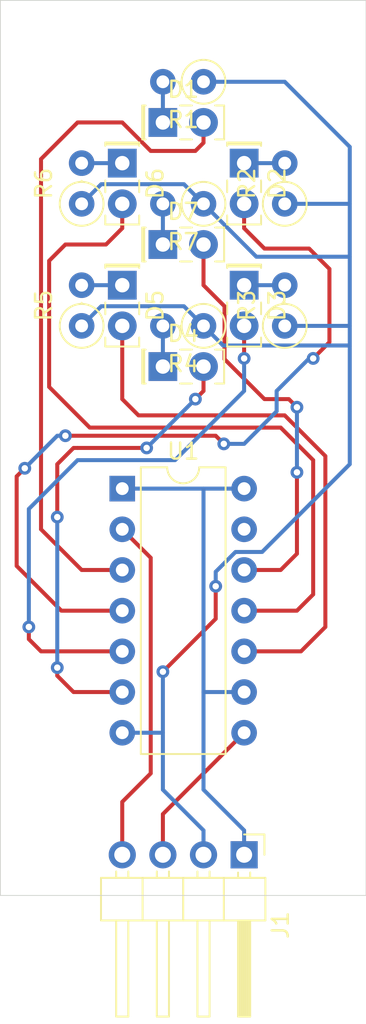
<source format=kicad_pcb>
(kicad_pcb (version 20171130) (host pcbnew 5.1.6)

  (general
    (thickness 1.6)
    (drawings 4)
    (tracks 143)
    (zones 0)
    (modules 16)
    (nets 19)
  )

  (page A4)
  (layers
    (0 F.Cu signal)
    (31 B.Cu signal)
    (32 B.Adhes user)
    (33 F.Adhes user)
    (34 B.Paste user)
    (35 F.Paste user)
    (36 B.SilkS user)
    (37 F.SilkS user)
    (38 B.Mask user)
    (39 F.Mask user)
    (40 Dwgs.User user)
    (41 Cmts.User user)
    (42 Eco1.User user)
    (43 Eco2.User user)
    (44 Edge.Cuts user)
    (45 Margin user)
    (46 B.CrtYd user)
    (47 F.CrtYd user)
    (48 B.Fab user)
    (49 F.Fab user)
  )

  (setup
    (last_trace_width 0.25)
    (trace_clearance 0.2)
    (zone_clearance 0.508)
    (zone_45_only no)
    (trace_min 0.2)
    (via_size 0.8)
    (via_drill 0.4)
    (via_min_size 0.4)
    (via_min_drill 0.3)
    (uvia_size 0.3)
    (uvia_drill 0.1)
    (uvias_allowed no)
    (uvia_min_size 0.2)
    (uvia_min_drill 0.1)
    (edge_width 0.05)
    (segment_width 0.2)
    (pcb_text_width 0.3)
    (pcb_text_size 1.5 1.5)
    (mod_edge_width 0.12)
    (mod_text_size 1 1)
    (mod_text_width 0.15)
    (pad_size 1.524 1.524)
    (pad_drill 0.762)
    (pad_to_mask_clearance 0.05)
    (aux_axis_origin 0 0)
    (visible_elements FFFFFF7F)
    (pcbplotparams
      (layerselection 0x010fc_ffffffff)
      (usegerberextensions false)
      (usegerberattributes true)
      (usegerberadvancedattributes true)
      (creategerberjobfile true)
      (excludeedgelayer true)
      (linewidth 0.100000)
      (plotframeref false)
      (viasonmask false)
      (mode 1)
      (useauxorigin false)
      (hpglpennumber 1)
      (hpglpenspeed 20)
      (hpglpendiameter 15.000000)
      (psnegative false)
      (psa4output false)
      (plotreference true)
      (plotvalue true)
      (plotinvisibletext false)
      (padsonsilk false)
      (subtractmaskfromsilk false)
      (outputformat 1)
      (mirror false)
      (drillshape 1)
      (scaleselection 1)
      (outputdirectory ""))
  )

  (net 0 "")
  (net 1 /segment_a)
  (net 2 "Net-(D1-Pad1)")
  (net 3 /segment_b)
  (net 4 "Net-(D2-Pad1)")
  (net 5 "Net-(D3-Pad1)")
  (net 6 /segment_c)
  (net 7 "Net-(D4-Pad1)")
  (net 8 /segment_d)
  (net 9 "Net-(D5-Pad1)")
  (net 10 /segment_e)
  (net 11 "Net-(D6-Pad1)")
  (net 12 /segment_f)
  (net 13 "Net-(D7-Pad1)")
  (net 14 DATA)
  (net 15 CLK)
  (net 16 GND)
  (net 17 VCC)
  (net 18 /segment_g)

  (net_class Default "This is the default net class."
    (clearance 0.2)
    (trace_width 0.25)
    (via_dia 0.8)
    (via_drill 0.4)
    (uvia_dia 0.3)
    (uvia_drill 0.1)
    (add_net /segment_a)
    (add_net /segment_b)
    (add_net /segment_c)
    (add_net /segment_d)
    (add_net /segment_e)
    (add_net /segment_f)
    (add_net /segment_g)
    (add_net CLK)
    (add_net DATA)
    (add_net GND)
    (add_net "Net-(D1-Pad1)")
    (add_net "Net-(D2-Pad1)")
    (add_net "Net-(D3-Pad1)")
    (add_net "Net-(D4-Pad1)")
    (add_net "Net-(D5-Pad1)")
    (add_net "Net-(D6-Pad1)")
    (add_net "Net-(D7-Pad1)")
    (add_net "Net-(U1-Pad13)")
    (add_net VCC)
  )

  (module LED_THT:LED_Rectangular_W5.0mm_H2.0mm (layer F.Cu) (tedit 587A3A7B) (tstamp 5F127044)
    (at 134.62 96.52)
    (descr "LED_Rectangular, Rectangular,  Rectangular size 5.0x2.0mm^2, 2 pins, http://www.kingbright.com/attachments/file/psearch/000/00/00/L-169XCGDK(Ver.9B).pdf")
    (tags "LED_Rectangular Rectangular  Rectangular size 5.0x2.0mm^2 2 pins")
    (path /5F1233EC)
    (fp_text reference D7 (at 1.27 -2.06) (layer F.SilkS)
      (effects (font (size 1 1) (thickness 0.15)))
    )
    (fp_text value LED (at 1.27 2.06) (layer F.Fab)
      (effects (font (size 1 1) (thickness 0.15)))
    )
    (fp_line (start -1.23 -1) (end -1.23 1) (layer F.Fab) (width 0.1))
    (fp_line (start -1.23 1) (end 3.77 1) (layer F.Fab) (width 0.1))
    (fp_line (start 3.77 1) (end 3.77 -1) (layer F.Fab) (width 0.1))
    (fp_line (start 3.77 -1) (end -1.23 -1) (layer F.Fab) (width 0.1))
    (fp_line (start -1.29 -1.06) (end -1.08 -1.06) (layer F.SilkS) (width 0.12))
    (fp_line (start 1.08 -1.06) (end 1.811 -1.06) (layer F.SilkS) (width 0.12))
    (fp_line (start 3.27 -1.06) (end 3.83 -1.06) (layer F.SilkS) (width 0.12))
    (fp_line (start -1.29 1.06) (end -1.08 1.06) (layer F.SilkS) (width 0.12))
    (fp_line (start 1.08 1.06) (end 1.811 1.06) (layer F.SilkS) (width 0.12))
    (fp_line (start 3.27 1.06) (end 3.83 1.06) (layer F.SilkS) (width 0.12))
    (fp_line (start -1.29 -1.06) (end -1.29 1.06) (layer F.SilkS) (width 0.12))
    (fp_line (start 3.83 -1.06) (end 3.83 1.06) (layer F.SilkS) (width 0.12))
    (fp_line (start -1.17 -1.06) (end -1.17 1.06) (layer F.SilkS) (width 0.12))
    (fp_line (start -1.55 -1.35) (end -1.55 1.35) (layer F.CrtYd) (width 0.05))
    (fp_line (start -1.55 1.35) (end 4.1 1.35) (layer F.CrtYd) (width 0.05))
    (fp_line (start 4.1 1.35) (end 4.1 -1.35) (layer F.CrtYd) (width 0.05))
    (fp_line (start 4.1 -1.35) (end -1.55 -1.35) (layer F.CrtYd) (width 0.05))
    (pad 2 thru_hole circle (at 2.54 0) (size 1.8 1.8) (drill 0.9) (layers *.Cu *.Mask)
      (net 18 /segment_g))
    (pad 1 thru_hole rect (at 0 0) (size 1.8 1.8) (drill 0.9) (layers *.Cu *.Mask)
      (net 13 "Net-(D7-Pad1)"))
    (model ${KISYS3DMOD}/LED_THT.3dshapes/LED_Rectangular_W5.0mm_H2.0mm.wrl
      (at (xyz 0 0 0))
      (scale (xyz 1 1 1))
      (rotate (xyz 0 0 0))
    )
  )

  (module LED_THT:LED_Rectangular_W5.0mm_H2.0mm (layer F.Cu) (tedit 587A3A7B) (tstamp 5F127031)
    (at 132.08 91.44 270)
    (descr "LED_Rectangular, Rectangular,  Rectangular size 5.0x2.0mm^2, 2 pins, http://www.kingbright.com/attachments/file/psearch/000/00/00/L-169XCGDK(Ver.9B).pdf")
    (tags "LED_Rectangular Rectangular  Rectangular size 5.0x2.0mm^2 2 pins")
    (path /5F123160)
    (fp_text reference D6 (at 1.27 -2.06 90) (layer F.SilkS)
      (effects (font (size 1 1) (thickness 0.15)))
    )
    (fp_text value LED (at 1.27 2.06 90) (layer F.Fab)
      (effects (font (size 1 1) (thickness 0.15)))
    )
    (fp_line (start -1.23 -1) (end -1.23 1) (layer F.Fab) (width 0.1))
    (fp_line (start -1.23 1) (end 3.77 1) (layer F.Fab) (width 0.1))
    (fp_line (start 3.77 1) (end 3.77 -1) (layer F.Fab) (width 0.1))
    (fp_line (start 3.77 -1) (end -1.23 -1) (layer F.Fab) (width 0.1))
    (fp_line (start -1.29 -1.06) (end -1.08 -1.06) (layer F.SilkS) (width 0.12))
    (fp_line (start 1.08 -1.06) (end 1.811 -1.06) (layer F.SilkS) (width 0.12))
    (fp_line (start 3.27 -1.06) (end 3.83 -1.06) (layer F.SilkS) (width 0.12))
    (fp_line (start -1.29 1.06) (end -1.08 1.06) (layer F.SilkS) (width 0.12))
    (fp_line (start 1.08 1.06) (end 1.811 1.06) (layer F.SilkS) (width 0.12))
    (fp_line (start 3.27 1.06) (end 3.83 1.06) (layer F.SilkS) (width 0.12))
    (fp_line (start -1.29 -1.06) (end -1.29 1.06) (layer F.SilkS) (width 0.12))
    (fp_line (start 3.83 -1.06) (end 3.83 1.06) (layer F.SilkS) (width 0.12))
    (fp_line (start -1.17 -1.06) (end -1.17 1.06) (layer F.SilkS) (width 0.12))
    (fp_line (start -1.55 -1.35) (end -1.55 1.35) (layer F.CrtYd) (width 0.05))
    (fp_line (start -1.55 1.35) (end 4.1 1.35) (layer F.CrtYd) (width 0.05))
    (fp_line (start 4.1 1.35) (end 4.1 -1.35) (layer F.CrtYd) (width 0.05))
    (fp_line (start 4.1 -1.35) (end -1.55 -1.35) (layer F.CrtYd) (width 0.05))
    (pad 2 thru_hole circle (at 2.54 0 270) (size 1.8 1.8) (drill 0.9) (layers *.Cu *.Mask)
      (net 12 /segment_f))
    (pad 1 thru_hole rect (at 0 0 270) (size 1.8 1.8) (drill 0.9) (layers *.Cu *.Mask)
      (net 11 "Net-(D6-Pad1)"))
    (model ${KISYS3DMOD}/LED_THT.3dshapes/LED_Rectangular_W5.0mm_H2.0mm.wrl
      (at (xyz 0 0 0))
      (scale (xyz 1 1 1))
      (rotate (xyz 0 0 0))
    )
  )

  (module LED_THT:LED_Rectangular_W5.0mm_H2.0mm (layer F.Cu) (tedit 587A3A7B) (tstamp 5F12701E)
    (at 132.08 99.06 270)
    (descr "LED_Rectangular, Rectangular,  Rectangular size 5.0x2.0mm^2, 2 pins, http://www.kingbright.com/attachments/file/psearch/000/00/00/L-169XCGDK(Ver.9B).pdf")
    (tags "LED_Rectangular Rectangular  Rectangular size 5.0x2.0mm^2 2 pins")
    (path /5F122F7E)
    (fp_text reference D5 (at 1.27 -2.06 90) (layer F.SilkS)
      (effects (font (size 1 1) (thickness 0.15)))
    )
    (fp_text value LED (at 1.27 2.06 90) (layer F.Fab)
      (effects (font (size 1 1) (thickness 0.15)))
    )
    (fp_line (start -1.23 -1) (end -1.23 1) (layer F.Fab) (width 0.1))
    (fp_line (start -1.23 1) (end 3.77 1) (layer F.Fab) (width 0.1))
    (fp_line (start 3.77 1) (end 3.77 -1) (layer F.Fab) (width 0.1))
    (fp_line (start 3.77 -1) (end -1.23 -1) (layer F.Fab) (width 0.1))
    (fp_line (start -1.29 -1.06) (end -1.08 -1.06) (layer F.SilkS) (width 0.12))
    (fp_line (start 1.08 -1.06) (end 1.811 -1.06) (layer F.SilkS) (width 0.12))
    (fp_line (start 3.27 -1.06) (end 3.83 -1.06) (layer F.SilkS) (width 0.12))
    (fp_line (start -1.29 1.06) (end -1.08 1.06) (layer F.SilkS) (width 0.12))
    (fp_line (start 1.08 1.06) (end 1.811 1.06) (layer F.SilkS) (width 0.12))
    (fp_line (start 3.27 1.06) (end 3.83 1.06) (layer F.SilkS) (width 0.12))
    (fp_line (start -1.29 -1.06) (end -1.29 1.06) (layer F.SilkS) (width 0.12))
    (fp_line (start 3.83 -1.06) (end 3.83 1.06) (layer F.SilkS) (width 0.12))
    (fp_line (start -1.17 -1.06) (end -1.17 1.06) (layer F.SilkS) (width 0.12))
    (fp_line (start -1.55 -1.35) (end -1.55 1.35) (layer F.CrtYd) (width 0.05))
    (fp_line (start -1.55 1.35) (end 4.1 1.35) (layer F.CrtYd) (width 0.05))
    (fp_line (start 4.1 1.35) (end 4.1 -1.35) (layer F.CrtYd) (width 0.05))
    (fp_line (start 4.1 -1.35) (end -1.55 -1.35) (layer F.CrtYd) (width 0.05))
    (pad 2 thru_hole circle (at 2.54 0 270) (size 1.8 1.8) (drill 0.9) (layers *.Cu *.Mask)
      (net 10 /segment_e))
    (pad 1 thru_hole rect (at 0 0 270) (size 1.8 1.8) (drill 0.9) (layers *.Cu *.Mask)
      (net 9 "Net-(D5-Pad1)"))
    (model ${KISYS3DMOD}/LED_THT.3dshapes/LED_Rectangular_W5.0mm_H2.0mm.wrl
      (at (xyz 0 0 0))
      (scale (xyz 1 1 1))
      (rotate (xyz 0 0 0))
    )
  )

  (module LED_THT:LED_Rectangular_W5.0mm_H2.0mm (layer F.Cu) (tedit 587A3A7B) (tstamp 5F12700B)
    (at 134.62 104.14)
    (descr "LED_Rectangular, Rectangular,  Rectangular size 5.0x2.0mm^2, 2 pins, http://www.kingbright.com/attachments/file/psearch/000/00/00/L-169XCGDK(Ver.9B).pdf")
    (tags "LED_Rectangular Rectangular  Rectangular size 5.0x2.0mm^2 2 pins")
    (path /5F122D32)
    (fp_text reference D4 (at 1.27 -2.06) (layer F.SilkS)
      (effects (font (size 1 1) (thickness 0.15)))
    )
    (fp_text value LED (at 1.27 2.06) (layer F.Fab)
      (effects (font (size 1 1) (thickness 0.15)))
    )
    (fp_line (start -1.23 -1) (end -1.23 1) (layer F.Fab) (width 0.1))
    (fp_line (start -1.23 1) (end 3.77 1) (layer F.Fab) (width 0.1))
    (fp_line (start 3.77 1) (end 3.77 -1) (layer F.Fab) (width 0.1))
    (fp_line (start 3.77 -1) (end -1.23 -1) (layer F.Fab) (width 0.1))
    (fp_line (start -1.29 -1.06) (end -1.08 -1.06) (layer F.SilkS) (width 0.12))
    (fp_line (start 1.08 -1.06) (end 1.811 -1.06) (layer F.SilkS) (width 0.12))
    (fp_line (start 3.27 -1.06) (end 3.83 -1.06) (layer F.SilkS) (width 0.12))
    (fp_line (start -1.29 1.06) (end -1.08 1.06) (layer F.SilkS) (width 0.12))
    (fp_line (start 1.08 1.06) (end 1.811 1.06) (layer F.SilkS) (width 0.12))
    (fp_line (start 3.27 1.06) (end 3.83 1.06) (layer F.SilkS) (width 0.12))
    (fp_line (start -1.29 -1.06) (end -1.29 1.06) (layer F.SilkS) (width 0.12))
    (fp_line (start 3.83 -1.06) (end 3.83 1.06) (layer F.SilkS) (width 0.12))
    (fp_line (start -1.17 -1.06) (end -1.17 1.06) (layer F.SilkS) (width 0.12))
    (fp_line (start -1.55 -1.35) (end -1.55 1.35) (layer F.CrtYd) (width 0.05))
    (fp_line (start -1.55 1.35) (end 4.1 1.35) (layer F.CrtYd) (width 0.05))
    (fp_line (start 4.1 1.35) (end 4.1 -1.35) (layer F.CrtYd) (width 0.05))
    (fp_line (start 4.1 -1.35) (end -1.55 -1.35) (layer F.CrtYd) (width 0.05))
    (pad 2 thru_hole circle (at 2.54 0) (size 1.8 1.8) (drill 0.9) (layers *.Cu *.Mask)
      (net 8 /segment_d))
    (pad 1 thru_hole rect (at 0 0) (size 1.8 1.8) (drill 0.9) (layers *.Cu *.Mask)
      (net 7 "Net-(D4-Pad1)"))
    (model ${KISYS3DMOD}/LED_THT.3dshapes/LED_Rectangular_W5.0mm_H2.0mm.wrl
      (at (xyz 0 0 0))
      (scale (xyz 1 1 1))
      (rotate (xyz 0 0 0))
    )
  )

  (module LED_THT:LED_Rectangular_W5.0mm_H2.0mm (layer F.Cu) (tedit 587A3A7B) (tstamp 5F129844)
    (at 139.7 99.06 270)
    (descr "LED_Rectangular, Rectangular,  Rectangular size 5.0x2.0mm^2, 2 pins, http://www.kingbright.com/attachments/file/psearch/000/00/00/L-169XCGDK(Ver.9B).pdf")
    (tags "LED_Rectangular Rectangular  Rectangular size 5.0x2.0mm^2 2 pins")
    (path /5F122942)
    (fp_text reference D3 (at 1.27 -2.06 90) (layer F.SilkS)
      (effects (font (size 1 1) (thickness 0.15)))
    )
    (fp_text value LED (at 1.27 2.06 90) (layer F.Fab)
      (effects (font (size 1 1) (thickness 0.15)))
    )
    (fp_line (start -1.23 -1) (end -1.23 1) (layer F.Fab) (width 0.1))
    (fp_line (start -1.23 1) (end 3.77 1) (layer F.Fab) (width 0.1))
    (fp_line (start 3.77 1) (end 3.77 -1) (layer F.Fab) (width 0.1))
    (fp_line (start 3.77 -1) (end -1.23 -1) (layer F.Fab) (width 0.1))
    (fp_line (start -1.29 -1.06) (end -1.08 -1.06) (layer F.SilkS) (width 0.12))
    (fp_line (start 1.08 -1.06) (end 1.811 -1.06) (layer F.SilkS) (width 0.12))
    (fp_line (start 3.27 -1.06) (end 3.83 -1.06) (layer F.SilkS) (width 0.12))
    (fp_line (start -1.29 1.06) (end -1.08 1.06) (layer F.SilkS) (width 0.12))
    (fp_line (start 1.08 1.06) (end 1.811 1.06) (layer F.SilkS) (width 0.12))
    (fp_line (start 3.27 1.06) (end 3.83 1.06) (layer F.SilkS) (width 0.12))
    (fp_line (start -1.29 -1.06) (end -1.29 1.06) (layer F.SilkS) (width 0.12))
    (fp_line (start 3.83 -1.06) (end 3.83 1.06) (layer F.SilkS) (width 0.12))
    (fp_line (start -1.17 -1.06) (end -1.17 1.06) (layer F.SilkS) (width 0.12))
    (fp_line (start -1.55 -1.35) (end -1.55 1.35) (layer F.CrtYd) (width 0.05))
    (fp_line (start -1.55 1.35) (end 4.1 1.35) (layer F.CrtYd) (width 0.05))
    (fp_line (start 4.1 1.35) (end 4.1 -1.35) (layer F.CrtYd) (width 0.05))
    (fp_line (start 4.1 -1.35) (end -1.55 -1.35) (layer F.CrtYd) (width 0.05))
    (pad 2 thru_hole circle (at 2.54 0 270) (size 1.8 1.8) (drill 0.9) (layers *.Cu *.Mask)
      (net 6 /segment_c))
    (pad 1 thru_hole rect (at 0 0 270) (size 1.8 1.8) (drill 0.9) (layers *.Cu *.Mask)
      (net 5 "Net-(D3-Pad1)"))
    (model ${KISYS3DMOD}/LED_THT.3dshapes/LED_Rectangular_W5.0mm_H2.0mm.wrl
      (at (xyz 0 0 0))
      (scale (xyz 1 1 1))
      (rotate (xyz 0 0 0))
    )
  )

  (module LED_THT:LED_Rectangular_W5.0mm_H2.0mm (layer F.Cu) (tedit 587A3A7B) (tstamp 5F126FE5)
    (at 139.7 91.44 270)
    (descr "LED_Rectangular, Rectangular,  Rectangular size 5.0x2.0mm^2, 2 pins, http://www.kingbright.com/attachments/file/psearch/000/00/00/L-169XCGDK(Ver.9B).pdf")
    (tags "LED_Rectangular Rectangular  Rectangular size 5.0x2.0mm^2 2 pins")
    (path /5F122627)
    (fp_text reference D2 (at 1.27 -2.06 90) (layer F.SilkS)
      (effects (font (size 1 1) (thickness 0.15)))
    )
    (fp_text value LED (at 1.27 2.06 90) (layer F.Fab)
      (effects (font (size 1 1) (thickness 0.15)))
    )
    (fp_line (start -1.23 -1) (end -1.23 1) (layer F.Fab) (width 0.1))
    (fp_line (start -1.23 1) (end 3.77 1) (layer F.Fab) (width 0.1))
    (fp_line (start 3.77 1) (end 3.77 -1) (layer F.Fab) (width 0.1))
    (fp_line (start 3.77 -1) (end -1.23 -1) (layer F.Fab) (width 0.1))
    (fp_line (start -1.29 -1.06) (end -1.08 -1.06) (layer F.SilkS) (width 0.12))
    (fp_line (start 1.08 -1.06) (end 1.811 -1.06) (layer F.SilkS) (width 0.12))
    (fp_line (start 3.27 -1.06) (end 3.83 -1.06) (layer F.SilkS) (width 0.12))
    (fp_line (start -1.29 1.06) (end -1.08 1.06) (layer F.SilkS) (width 0.12))
    (fp_line (start 1.08 1.06) (end 1.811 1.06) (layer F.SilkS) (width 0.12))
    (fp_line (start 3.27 1.06) (end 3.83 1.06) (layer F.SilkS) (width 0.12))
    (fp_line (start -1.29 -1.06) (end -1.29 1.06) (layer F.SilkS) (width 0.12))
    (fp_line (start 3.83 -1.06) (end 3.83 1.06) (layer F.SilkS) (width 0.12))
    (fp_line (start -1.17 -1.06) (end -1.17 1.06) (layer F.SilkS) (width 0.12))
    (fp_line (start -1.55 -1.35) (end -1.55 1.35) (layer F.CrtYd) (width 0.05))
    (fp_line (start -1.55 1.35) (end 4.1 1.35) (layer F.CrtYd) (width 0.05))
    (fp_line (start 4.1 1.35) (end 4.1 -1.35) (layer F.CrtYd) (width 0.05))
    (fp_line (start 4.1 -1.35) (end -1.55 -1.35) (layer F.CrtYd) (width 0.05))
    (pad 2 thru_hole circle (at 2.54 0 270) (size 1.8 1.8) (drill 0.9) (layers *.Cu *.Mask)
      (net 3 /segment_b))
    (pad 1 thru_hole rect (at 0 0 270) (size 1.8 1.8) (drill 0.9) (layers *.Cu *.Mask)
      (net 4 "Net-(D2-Pad1)"))
    (model ${KISYS3DMOD}/LED_THT.3dshapes/LED_Rectangular_W5.0mm_H2.0mm.wrl
      (at (xyz 0 0 0))
      (scale (xyz 1 1 1))
      (rotate (xyz 0 0 0))
    )
  )

  (module LED_THT:LED_Rectangular_W5.0mm_H2.0mm (layer F.Cu) (tedit 587A3A7B) (tstamp 5F126FD2)
    (at 134.62 88.9)
    (descr "LED_Rectangular, Rectangular,  Rectangular size 5.0x2.0mm^2, 2 pins, http://www.kingbright.com/attachments/file/psearch/000/00/00/L-169XCGDK(Ver.9B).pdf")
    (tags "LED_Rectangular Rectangular  Rectangular size 5.0x2.0mm^2 2 pins")
    (path /5F121DD2)
    (fp_text reference D1 (at 1.27 -2.06) (layer F.SilkS)
      (effects (font (size 1 1) (thickness 0.15)))
    )
    (fp_text value LED (at 1.27 2.06) (layer F.Fab)
      (effects (font (size 1 1) (thickness 0.15)))
    )
    (fp_line (start -1.23 -1) (end -1.23 1) (layer F.Fab) (width 0.1))
    (fp_line (start -1.23 1) (end 3.77 1) (layer F.Fab) (width 0.1))
    (fp_line (start 3.77 1) (end 3.77 -1) (layer F.Fab) (width 0.1))
    (fp_line (start 3.77 -1) (end -1.23 -1) (layer F.Fab) (width 0.1))
    (fp_line (start -1.29 -1.06) (end -1.08 -1.06) (layer F.SilkS) (width 0.12))
    (fp_line (start 1.08 -1.06) (end 1.811 -1.06) (layer F.SilkS) (width 0.12))
    (fp_line (start 3.27 -1.06) (end 3.83 -1.06) (layer F.SilkS) (width 0.12))
    (fp_line (start -1.29 1.06) (end -1.08 1.06) (layer F.SilkS) (width 0.12))
    (fp_line (start 1.08 1.06) (end 1.811 1.06) (layer F.SilkS) (width 0.12))
    (fp_line (start 3.27 1.06) (end 3.83 1.06) (layer F.SilkS) (width 0.12))
    (fp_line (start -1.29 -1.06) (end -1.29 1.06) (layer F.SilkS) (width 0.12))
    (fp_line (start 3.83 -1.06) (end 3.83 1.06) (layer F.SilkS) (width 0.12))
    (fp_line (start -1.17 -1.06) (end -1.17 1.06) (layer F.SilkS) (width 0.12))
    (fp_line (start -1.55 -1.35) (end -1.55 1.35) (layer F.CrtYd) (width 0.05))
    (fp_line (start -1.55 1.35) (end 4.1 1.35) (layer F.CrtYd) (width 0.05))
    (fp_line (start 4.1 1.35) (end 4.1 -1.35) (layer F.CrtYd) (width 0.05))
    (fp_line (start 4.1 -1.35) (end -1.55 -1.35) (layer F.CrtYd) (width 0.05))
    (pad 2 thru_hole circle (at 2.54 0) (size 1.8 1.8) (drill 0.9) (layers *.Cu *.Mask)
      (net 1 /segment_a))
    (pad 1 thru_hole rect (at 0 0) (size 1.8 1.8) (drill 0.9) (layers *.Cu *.Mask)
      (net 2 "Net-(D1-Pad1)"))
    (model ${KISYS3DMOD}/LED_THT.3dshapes/LED_Rectangular_W5.0mm_H2.0mm.wrl
      (at (xyz 0 0 0))
      (scale (xyz 1 1 1))
      (rotate (xyz 0 0 0))
    )
  )

  (module Package_DIP:DIP-14_W7.62mm (layer F.Cu) (tedit 5A02E8C5) (tstamp 5F129300)
    (at 132.08 111.76)
    (descr "14-lead though-hole mounted DIP package, row spacing 7.62 mm (300 mils)")
    (tags "THT DIP DIL PDIP 2.54mm 7.62mm 300mil")
    (path /5F120038)
    (fp_text reference U1 (at 3.81 -2.33) (layer F.SilkS)
      (effects (font (size 1 1) (thickness 0.15)))
    )
    (fp_text value 74HC164 (at 3.81 17.57) (layer F.Fab)
      (effects (font (size 1 1) (thickness 0.15)))
    )
    (fp_text user %R (at 3.81 7.62) (layer F.Fab)
      (effects (font (size 1 1) (thickness 0.15)))
    )
    (fp_arc (start 3.81 -1.33) (end 2.81 -1.33) (angle -180) (layer F.SilkS) (width 0.12))
    (fp_line (start 1.635 -1.27) (end 6.985 -1.27) (layer F.Fab) (width 0.1))
    (fp_line (start 6.985 -1.27) (end 6.985 16.51) (layer F.Fab) (width 0.1))
    (fp_line (start 6.985 16.51) (end 0.635 16.51) (layer F.Fab) (width 0.1))
    (fp_line (start 0.635 16.51) (end 0.635 -0.27) (layer F.Fab) (width 0.1))
    (fp_line (start 0.635 -0.27) (end 1.635 -1.27) (layer F.Fab) (width 0.1))
    (fp_line (start 2.81 -1.33) (end 1.16 -1.33) (layer F.SilkS) (width 0.12))
    (fp_line (start 1.16 -1.33) (end 1.16 16.57) (layer F.SilkS) (width 0.12))
    (fp_line (start 1.16 16.57) (end 6.46 16.57) (layer F.SilkS) (width 0.12))
    (fp_line (start 6.46 16.57) (end 6.46 -1.33) (layer F.SilkS) (width 0.12))
    (fp_line (start 6.46 -1.33) (end 4.81 -1.33) (layer F.SilkS) (width 0.12))
    (fp_line (start -1.1 -1.55) (end -1.1 16.8) (layer F.CrtYd) (width 0.05))
    (fp_line (start -1.1 16.8) (end 8.7 16.8) (layer F.CrtYd) (width 0.05))
    (fp_line (start 8.7 16.8) (end 8.7 -1.55) (layer F.CrtYd) (width 0.05))
    (fp_line (start 8.7 -1.55) (end -1.1 -1.55) (layer F.CrtYd) (width 0.05))
    (pad 14 thru_hole oval (at 7.62 0) (size 1.6 1.6) (drill 0.8) (layers *.Cu *.Mask)
      (net 17 VCC))
    (pad 7 thru_hole oval (at 0 15.24) (size 1.6 1.6) (drill 0.8) (layers *.Cu *.Mask)
      (net 16 GND))
    (pad 13 thru_hole oval (at 7.62 2.54) (size 1.6 1.6) (drill 0.8) (layers *.Cu *.Mask))
    (pad 6 thru_hole oval (at 0 12.7) (size 1.6 1.6) (drill 0.8) (layers *.Cu *.Mask)
      (net 8 /segment_d))
    (pad 12 thru_hole oval (at 7.62 5.08) (size 1.6 1.6) (drill 0.8) (layers *.Cu *.Mask)
      (net 18 /segment_g))
    (pad 5 thru_hole oval (at 0 10.16) (size 1.6 1.6) (drill 0.8) (layers *.Cu *.Mask)
      (net 6 /segment_c))
    (pad 11 thru_hole oval (at 7.62 7.62) (size 1.6 1.6) (drill 0.8) (layers *.Cu *.Mask)
      (net 12 /segment_f))
    (pad 4 thru_hole oval (at 0 7.62) (size 1.6 1.6) (drill 0.8) (layers *.Cu *.Mask)
      (net 3 /segment_b))
    (pad 10 thru_hole oval (at 7.62 10.16) (size 1.6 1.6) (drill 0.8) (layers *.Cu *.Mask)
      (net 10 /segment_e))
    (pad 3 thru_hole oval (at 0 5.08) (size 1.6 1.6) (drill 0.8) (layers *.Cu *.Mask)
      (net 1 /segment_a))
    (pad 9 thru_hole oval (at 7.62 12.7) (size 1.6 1.6) (drill 0.8) (layers *.Cu *.Mask)
      (net 17 VCC))
    (pad 2 thru_hole oval (at 0 2.54) (size 1.6 1.6) (drill 0.8) (layers *.Cu *.Mask)
      (net 14 DATA))
    (pad 8 thru_hole oval (at 7.62 15.24) (size 1.6 1.6) (drill 0.8) (layers *.Cu *.Mask)
      (net 15 CLK))
    (pad 1 thru_hole rect (at 0 0) (size 1.6 1.6) (drill 0.8) (layers *.Cu *.Mask)
      (net 17 VCC))
    (model ${KISYS3DMOD}/Package_DIP.3dshapes/DIP-14_W7.62mm.wrl
      (at (xyz 0 0 0))
      (scale (xyz 1 1 1))
      (rotate (xyz 0 0 0))
    )
  )

  (module Resistor_THT:R_Axial_DIN0207_L6.3mm_D2.5mm_P2.54mm_Vertical (layer F.Cu) (tedit 5AE5139B) (tstamp 5F1270FA)
    (at 137.16 93.98 180)
    (descr "Resistor, Axial_DIN0207 series, Axial, Vertical, pin pitch=2.54mm, 0.25W = 1/4W, length*diameter=6.3*2.5mm^2, http://cdn-reichelt.de/documents/datenblatt/B400/1_4W%23YAG.pdf")
    (tags "Resistor Axial_DIN0207 series Axial Vertical pin pitch 2.54mm 0.25W = 1/4W length 6.3mm diameter 2.5mm")
    (path /5F1248D0)
    (fp_text reference R7 (at 1.27 -2.37) (layer F.SilkS)
      (effects (font (size 1 1) (thickness 0.15)))
    )
    (fp_text value 1kΩ (at 1.27 2.37) (layer F.Fab)
      (effects (font (size 1 1) (thickness 0.15)))
    )
    (fp_text user %R (at 1.27 -2.37) (layer F.Fab)
      (effects (font (size 1 1) (thickness 0.15)))
    )
    (fp_circle (center 0 0) (end 1.25 0) (layer F.Fab) (width 0.1))
    (fp_circle (center 0 0) (end 1.37 0) (layer F.SilkS) (width 0.12))
    (fp_line (start 0 0) (end 2.54 0) (layer F.Fab) (width 0.1))
    (fp_line (start 1.37 0) (end 1.44 0) (layer F.SilkS) (width 0.12))
    (fp_line (start -1.5 -1.5) (end -1.5 1.5) (layer F.CrtYd) (width 0.05))
    (fp_line (start -1.5 1.5) (end 3.59 1.5) (layer F.CrtYd) (width 0.05))
    (fp_line (start 3.59 1.5) (end 3.59 -1.5) (layer F.CrtYd) (width 0.05))
    (fp_line (start 3.59 -1.5) (end -1.5 -1.5) (layer F.CrtYd) (width 0.05))
    (pad 2 thru_hole oval (at 2.54 0 180) (size 1.6 1.6) (drill 0.8) (layers *.Cu *.Mask)
      (net 13 "Net-(D7-Pad1)"))
    (pad 1 thru_hole circle (at 0 0 180) (size 1.6 1.6) (drill 0.8) (layers *.Cu *.Mask)
      (net 16 GND))
    (model ${KISYS3DMOD}/Resistor_THT.3dshapes/R_Axial_DIN0207_L6.3mm_D2.5mm_P2.54mm_Vertical.wrl
      (at (xyz 0 0 0))
      (scale (xyz 1 1 1))
      (rotate (xyz 0 0 0))
    )
  )

  (module Resistor_THT:R_Axial_DIN0207_L6.3mm_D2.5mm_P2.54mm_Vertical (layer F.Cu) (tedit 5AE5139B) (tstamp 5F1270EB)
    (at 129.54 93.98 90)
    (descr "Resistor, Axial_DIN0207 series, Axial, Vertical, pin pitch=2.54mm, 0.25W = 1/4W, length*diameter=6.3*2.5mm^2, http://cdn-reichelt.de/documents/datenblatt/B400/1_4W%23YAG.pdf")
    (tags "Resistor Axial_DIN0207 series Axial Vertical pin pitch 2.54mm 0.25W = 1/4W length 6.3mm diameter 2.5mm")
    (path /5F12469A)
    (fp_text reference R6 (at 1.27 -2.37 90) (layer F.SilkS)
      (effects (font (size 1 1) (thickness 0.15)))
    )
    (fp_text value 1kΩ (at 1.27 2.37 90) (layer F.Fab)
      (effects (font (size 1 1) (thickness 0.15)))
    )
    (fp_text user %R (at 1.27 -2.37 90) (layer F.Fab)
      (effects (font (size 1 1) (thickness 0.15)))
    )
    (fp_circle (center 0 0) (end 1.25 0) (layer F.Fab) (width 0.1))
    (fp_circle (center 0 0) (end 1.37 0) (layer F.SilkS) (width 0.12))
    (fp_line (start 0 0) (end 2.54 0) (layer F.Fab) (width 0.1))
    (fp_line (start 1.37 0) (end 1.44 0) (layer F.SilkS) (width 0.12))
    (fp_line (start -1.5 -1.5) (end -1.5 1.5) (layer F.CrtYd) (width 0.05))
    (fp_line (start -1.5 1.5) (end 3.59 1.5) (layer F.CrtYd) (width 0.05))
    (fp_line (start 3.59 1.5) (end 3.59 -1.5) (layer F.CrtYd) (width 0.05))
    (fp_line (start 3.59 -1.5) (end -1.5 -1.5) (layer F.CrtYd) (width 0.05))
    (pad 2 thru_hole oval (at 2.54 0 90) (size 1.6 1.6) (drill 0.8) (layers *.Cu *.Mask)
      (net 11 "Net-(D6-Pad1)"))
    (pad 1 thru_hole circle (at 0 0 90) (size 1.6 1.6) (drill 0.8) (layers *.Cu *.Mask)
      (net 16 GND))
    (model ${KISYS3DMOD}/Resistor_THT.3dshapes/R_Axial_DIN0207_L6.3mm_D2.5mm_P2.54mm_Vertical.wrl
      (at (xyz 0 0 0))
      (scale (xyz 1 1 1))
      (rotate (xyz 0 0 0))
    )
  )

  (module Resistor_THT:R_Axial_DIN0207_L6.3mm_D2.5mm_P2.54mm_Vertical (layer F.Cu) (tedit 5AE5139B) (tstamp 5F1270DC)
    (at 129.54 101.6 90)
    (descr "Resistor, Axial_DIN0207 series, Axial, Vertical, pin pitch=2.54mm, 0.25W = 1/4W, length*diameter=6.3*2.5mm^2, http://cdn-reichelt.de/documents/datenblatt/B400/1_4W%23YAG.pdf")
    (tags "Resistor Axial_DIN0207 series Axial Vertical pin pitch 2.54mm 0.25W = 1/4W length 6.3mm diameter 2.5mm")
    (path /5F1244E8)
    (fp_text reference R5 (at 1.27 -2.37 90) (layer F.SilkS)
      (effects (font (size 1 1) (thickness 0.15)))
    )
    (fp_text value 1kΩ (at 1.27 2.37 90) (layer F.Fab)
      (effects (font (size 1 1) (thickness 0.15)))
    )
    (fp_text user %R (at 1.27 -2.37 90) (layer F.Fab)
      (effects (font (size 1 1) (thickness 0.15)))
    )
    (fp_circle (center 0 0) (end 1.25 0) (layer F.Fab) (width 0.1))
    (fp_circle (center 0 0) (end 1.37 0) (layer F.SilkS) (width 0.12))
    (fp_line (start 0 0) (end 2.54 0) (layer F.Fab) (width 0.1))
    (fp_line (start 1.37 0) (end 1.44 0) (layer F.SilkS) (width 0.12))
    (fp_line (start -1.5 -1.5) (end -1.5 1.5) (layer F.CrtYd) (width 0.05))
    (fp_line (start -1.5 1.5) (end 3.59 1.5) (layer F.CrtYd) (width 0.05))
    (fp_line (start 3.59 1.5) (end 3.59 -1.5) (layer F.CrtYd) (width 0.05))
    (fp_line (start 3.59 -1.5) (end -1.5 -1.5) (layer F.CrtYd) (width 0.05))
    (pad 2 thru_hole oval (at 2.54 0 90) (size 1.6 1.6) (drill 0.8) (layers *.Cu *.Mask)
      (net 9 "Net-(D5-Pad1)"))
    (pad 1 thru_hole circle (at 0 0 90) (size 1.6 1.6) (drill 0.8) (layers *.Cu *.Mask)
      (net 16 GND))
    (model ${KISYS3DMOD}/Resistor_THT.3dshapes/R_Axial_DIN0207_L6.3mm_D2.5mm_P2.54mm_Vertical.wrl
      (at (xyz 0 0 0))
      (scale (xyz 1 1 1))
      (rotate (xyz 0 0 0))
    )
  )

  (module Resistor_THT:R_Axial_DIN0207_L6.3mm_D2.5mm_P2.54mm_Vertical (layer F.Cu) (tedit 5AE5139B) (tstamp 5F1270CD)
    (at 137.16 101.6 180)
    (descr "Resistor, Axial_DIN0207 series, Axial, Vertical, pin pitch=2.54mm, 0.25W = 1/4W, length*diameter=6.3*2.5mm^2, http://cdn-reichelt.de/documents/datenblatt/B400/1_4W%23YAG.pdf")
    (tags "Resistor Axial_DIN0207 series Axial Vertical pin pitch 2.54mm 0.25W = 1/4W length 6.3mm diameter 2.5mm")
    (path /5F124338)
    (fp_text reference R4 (at 1.27 -2.37) (layer F.SilkS)
      (effects (font (size 1 1) (thickness 0.15)))
    )
    (fp_text value 1kΩ (at 1.27 2.37) (layer F.Fab)
      (effects (font (size 1 1) (thickness 0.15)))
    )
    (fp_text user %R (at 1.27 -2.37) (layer F.Fab)
      (effects (font (size 1 1) (thickness 0.15)))
    )
    (fp_circle (center 0 0) (end 1.25 0) (layer F.Fab) (width 0.1))
    (fp_circle (center 0 0) (end 1.37 0) (layer F.SilkS) (width 0.12))
    (fp_line (start 0 0) (end 2.54 0) (layer F.Fab) (width 0.1))
    (fp_line (start 1.37 0) (end 1.44 0) (layer F.SilkS) (width 0.12))
    (fp_line (start -1.5 -1.5) (end -1.5 1.5) (layer F.CrtYd) (width 0.05))
    (fp_line (start -1.5 1.5) (end 3.59 1.5) (layer F.CrtYd) (width 0.05))
    (fp_line (start 3.59 1.5) (end 3.59 -1.5) (layer F.CrtYd) (width 0.05))
    (fp_line (start 3.59 -1.5) (end -1.5 -1.5) (layer F.CrtYd) (width 0.05))
    (pad 2 thru_hole oval (at 2.54 0 180) (size 1.6 1.6) (drill 0.8) (layers *.Cu *.Mask)
      (net 7 "Net-(D4-Pad1)"))
    (pad 1 thru_hole circle (at 0 0 180) (size 1.6 1.6) (drill 0.8) (layers *.Cu *.Mask)
      (net 16 GND))
    (model ${KISYS3DMOD}/Resistor_THT.3dshapes/R_Axial_DIN0207_L6.3mm_D2.5mm_P2.54mm_Vertical.wrl
      (at (xyz 0 0 0))
      (scale (xyz 1 1 1))
      (rotate (xyz 0 0 0))
    )
  )

  (module Resistor_THT:R_Axial_DIN0207_L6.3mm_D2.5mm_P2.54mm_Vertical (layer F.Cu) (tedit 5AE5139B) (tstamp 5F1270BE)
    (at 142.24 101.6 90)
    (descr "Resistor, Axial_DIN0207 series, Axial, Vertical, pin pitch=2.54mm, 0.25W = 1/4W, length*diameter=6.3*2.5mm^2, http://cdn-reichelt.de/documents/datenblatt/B400/1_4W%23YAG.pdf")
    (tags "Resistor Axial_DIN0207 series Axial Vertical pin pitch 2.54mm 0.25W = 1/4W length 6.3mm diameter 2.5mm")
    (path /5F124141)
    (fp_text reference R3 (at 1.27 -2.37 90) (layer F.SilkS)
      (effects (font (size 1 1) (thickness 0.15)))
    )
    (fp_text value 1kΩ (at 1.27 2.37 90) (layer F.Fab)
      (effects (font (size 1 1) (thickness 0.15)))
    )
    (fp_text user %R (at 1.27 -2.37 90) (layer F.Fab)
      (effects (font (size 1 1) (thickness 0.15)))
    )
    (fp_circle (center 0 0) (end 1.25 0) (layer F.Fab) (width 0.1))
    (fp_circle (center 0 0) (end 1.37 0) (layer F.SilkS) (width 0.12))
    (fp_line (start 0 0) (end 2.54 0) (layer F.Fab) (width 0.1))
    (fp_line (start 1.37 0) (end 1.44 0) (layer F.SilkS) (width 0.12))
    (fp_line (start -1.5 -1.5) (end -1.5 1.5) (layer F.CrtYd) (width 0.05))
    (fp_line (start -1.5 1.5) (end 3.59 1.5) (layer F.CrtYd) (width 0.05))
    (fp_line (start 3.59 1.5) (end 3.59 -1.5) (layer F.CrtYd) (width 0.05))
    (fp_line (start 3.59 -1.5) (end -1.5 -1.5) (layer F.CrtYd) (width 0.05))
    (pad 2 thru_hole oval (at 2.54 0 90) (size 1.6 1.6) (drill 0.8) (layers *.Cu *.Mask)
      (net 5 "Net-(D3-Pad1)"))
    (pad 1 thru_hole circle (at 0 0 90) (size 1.6 1.6) (drill 0.8) (layers *.Cu *.Mask)
      (net 16 GND))
    (model ${KISYS3DMOD}/Resistor_THT.3dshapes/R_Axial_DIN0207_L6.3mm_D2.5mm_P2.54mm_Vertical.wrl
      (at (xyz 0 0 0))
      (scale (xyz 1 1 1))
      (rotate (xyz 0 0 0))
    )
  )

  (module Resistor_THT:R_Axial_DIN0207_L6.3mm_D2.5mm_P2.54mm_Vertical (layer F.Cu) (tedit 5AE5139B) (tstamp 5F127A43)
    (at 142.24 93.98 90)
    (descr "Resistor, Axial_DIN0207 series, Axial, Vertical, pin pitch=2.54mm, 0.25W = 1/4W, length*diameter=6.3*2.5mm^2, http://cdn-reichelt.de/documents/datenblatt/B400/1_4W%23YAG.pdf")
    (tags "Resistor Axial_DIN0207 series Axial Vertical pin pitch 2.54mm 0.25W = 1/4W length 6.3mm diameter 2.5mm")
    (path /5F123F3B)
    (fp_text reference R2 (at 1.27 -2.37 90) (layer F.SilkS)
      (effects (font (size 1 1) (thickness 0.15)))
    )
    (fp_text value 1kΩ (at 1.27 2.37 90) (layer F.Fab)
      (effects (font (size 1 1) (thickness 0.15)))
    )
    (fp_text user %R (at 1.27 -2.37 90) (layer F.Fab)
      (effects (font (size 1 1) (thickness 0.15)))
    )
    (fp_circle (center 0 0) (end 1.25 0) (layer F.Fab) (width 0.1))
    (fp_circle (center 0 0) (end 1.37 0) (layer F.SilkS) (width 0.12))
    (fp_line (start 0 0) (end 2.54 0) (layer F.Fab) (width 0.1))
    (fp_line (start 1.37 0) (end 1.44 0) (layer F.SilkS) (width 0.12))
    (fp_line (start -1.5 -1.5) (end -1.5 1.5) (layer F.CrtYd) (width 0.05))
    (fp_line (start -1.5 1.5) (end 3.59 1.5) (layer F.CrtYd) (width 0.05))
    (fp_line (start 3.59 1.5) (end 3.59 -1.5) (layer F.CrtYd) (width 0.05))
    (fp_line (start 3.59 -1.5) (end -1.5 -1.5) (layer F.CrtYd) (width 0.05))
    (pad 2 thru_hole oval (at 2.54 0 90) (size 1.6 1.6) (drill 0.8) (layers *.Cu *.Mask)
      (net 4 "Net-(D2-Pad1)"))
    (pad 1 thru_hole circle (at 0 0 90) (size 1.6 1.6) (drill 0.8) (layers *.Cu *.Mask)
      (net 16 GND))
    (model ${KISYS3DMOD}/Resistor_THT.3dshapes/R_Axial_DIN0207_L6.3mm_D2.5mm_P2.54mm_Vertical.wrl
      (at (xyz 0 0 0))
      (scale (xyz 1 1 1))
      (rotate (xyz 0 0 0))
    )
  )

  (module Resistor_THT:R_Axial_DIN0207_L6.3mm_D2.5mm_P2.54mm_Vertical (layer F.Cu) (tedit 5AE5139B) (tstamp 5F1270A0)
    (at 137.16 86.36 180)
    (descr "Resistor, Axial_DIN0207 series, Axial, Vertical, pin pitch=2.54mm, 0.25W = 1/4W, length*diameter=6.3*2.5mm^2, http://cdn-reichelt.de/documents/datenblatt/B400/1_4W%23YAG.pdf")
    (tags "Resistor Axial_DIN0207 series Axial Vertical pin pitch 2.54mm 0.25W = 1/4W length 6.3mm diameter 2.5mm")
    (path /5F1239F8)
    (fp_text reference R1 (at 1.27 -2.37) (layer F.SilkS)
      (effects (font (size 1 1) (thickness 0.15)))
    )
    (fp_text value 1kΩ (at 1.27 2.37) (layer F.Fab)
      (effects (font (size 1 1) (thickness 0.15)))
    )
    (fp_text user %R (at 1.27 -2.37) (layer F.Fab)
      (effects (font (size 1 1) (thickness 0.15)))
    )
    (fp_circle (center 0 0) (end 1.25 0) (layer F.Fab) (width 0.1))
    (fp_circle (center 0 0) (end 1.37 0) (layer F.SilkS) (width 0.12))
    (fp_line (start 0 0) (end 2.54 0) (layer F.Fab) (width 0.1))
    (fp_line (start 1.37 0) (end 1.44 0) (layer F.SilkS) (width 0.12))
    (fp_line (start -1.5 -1.5) (end -1.5 1.5) (layer F.CrtYd) (width 0.05))
    (fp_line (start -1.5 1.5) (end 3.59 1.5) (layer F.CrtYd) (width 0.05))
    (fp_line (start 3.59 1.5) (end 3.59 -1.5) (layer F.CrtYd) (width 0.05))
    (fp_line (start 3.59 -1.5) (end -1.5 -1.5) (layer F.CrtYd) (width 0.05))
    (pad 2 thru_hole oval (at 2.54 0 180) (size 1.6 1.6) (drill 0.8) (layers *.Cu *.Mask)
      (net 2 "Net-(D1-Pad1)"))
    (pad 1 thru_hole circle (at 0 0 180) (size 1.6 1.6) (drill 0.8) (layers *.Cu *.Mask)
      (net 16 GND))
    (model ${KISYS3DMOD}/Resistor_THT.3dshapes/R_Axial_DIN0207_L6.3mm_D2.5mm_P2.54mm_Vertical.wrl
      (at (xyz 0 0 0))
      (scale (xyz 1 1 1))
      (rotate (xyz 0 0 0))
    )
  )

  (module Connector_PinHeader_2.54mm:PinHeader_1x04_P2.54mm_Horizontal (layer F.Cu) (tedit 59FED5CB) (tstamp 5F12946A)
    (at 139.7 134.62 270)
    (descr "Through hole angled pin header, 1x04, 2.54mm pitch, 6mm pin length, single row")
    (tags "Through hole angled pin header THT 1x04 2.54mm single row")
    (path /5F120986)
    (fp_text reference J1 (at 4.385 -2.27 90) (layer F.SilkS)
      (effects (font (size 1 1) (thickness 0.15)))
    )
    (fp_text value Conn_01x04 (at 4.385 9.89 90) (layer F.Fab)
      (effects (font (size 1 1) (thickness 0.15)))
    )
    (fp_text user %R (at 2.77 3.81) (layer F.Fab)
      (effects (font (size 1 1) (thickness 0.15)))
    )
    (fp_line (start 2.135 -1.27) (end 4.04 -1.27) (layer F.Fab) (width 0.1))
    (fp_line (start 4.04 -1.27) (end 4.04 8.89) (layer F.Fab) (width 0.1))
    (fp_line (start 4.04 8.89) (end 1.5 8.89) (layer F.Fab) (width 0.1))
    (fp_line (start 1.5 8.89) (end 1.5 -0.635) (layer F.Fab) (width 0.1))
    (fp_line (start 1.5 -0.635) (end 2.135 -1.27) (layer F.Fab) (width 0.1))
    (fp_line (start -0.32 -0.32) (end 1.5 -0.32) (layer F.Fab) (width 0.1))
    (fp_line (start -0.32 -0.32) (end -0.32 0.32) (layer F.Fab) (width 0.1))
    (fp_line (start -0.32 0.32) (end 1.5 0.32) (layer F.Fab) (width 0.1))
    (fp_line (start 4.04 -0.32) (end 10.04 -0.32) (layer F.Fab) (width 0.1))
    (fp_line (start 10.04 -0.32) (end 10.04 0.32) (layer F.Fab) (width 0.1))
    (fp_line (start 4.04 0.32) (end 10.04 0.32) (layer F.Fab) (width 0.1))
    (fp_line (start -0.32 2.22) (end 1.5 2.22) (layer F.Fab) (width 0.1))
    (fp_line (start -0.32 2.22) (end -0.32 2.86) (layer F.Fab) (width 0.1))
    (fp_line (start -0.32 2.86) (end 1.5 2.86) (layer F.Fab) (width 0.1))
    (fp_line (start 4.04 2.22) (end 10.04 2.22) (layer F.Fab) (width 0.1))
    (fp_line (start 10.04 2.22) (end 10.04 2.86) (layer F.Fab) (width 0.1))
    (fp_line (start 4.04 2.86) (end 10.04 2.86) (layer F.Fab) (width 0.1))
    (fp_line (start -0.32 4.76) (end 1.5 4.76) (layer F.Fab) (width 0.1))
    (fp_line (start -0.32 4.76) (end -0.32 5.4) (layer F.Fab) (width 0.1))
    (fp_line (start -0.32 5.4) (end 1.5 5.4) (layer F.Fab) (width 0.1))
    (fp_line (start 4.04 4.76) (end 10.04 4.76) (layer F.Fab) (width 0.1))
    (fp_line (start 10.04 4.76) (end 10.04 5.4) (layer F.Fab) (width 0.1))
    (fp_line (start 4.04 5.4) (end 10.04 5.4) (layer F.Fab) (width 0.1))
    (fp_line (start -0.32 7.3) (end 1.5 7.3) (layer F.Fab) (width 0.1))
    (fp_line (start -0.32 7.3) (end -0.32 7.94) (layer F.Fab) (width 0.1))
    (fp_line (start -0.32 7.94) (end 1.5 7.94) (layer F.Fab) (width 0.1))
    (fp_line (start 4.04 7.3) (end 10.04 7.3) (layer F.Fab) (width 0.1))
    (fp_line (start 10.04 7.3) (end 10.04 7.94) (layer F.Fab) (width 0.1))
    (fp_line (start 4.04 7.94) (end 10.04 7.94) (layer F.Fab) (width 0.1))
    (fp_line (start 1.44 -1.33) (end 1.44 8.95) (layer F.SilkS) (width 0.12))
    (fp_line (start 1.44 8.95) (end 4.1 8.95) (layer F.SilkS) (width 0.12))
    (fp_line (start 4.1 8.95) (end 4.1 -1.33) (layer F.SilkS) (width 0.12))
    (fp_line (start 4.1 -1.33) (end 1.44 -1.33) (layer F.SilkS) (width 0.12))
    (fp_line (start 4.1 -0.38) (end 10.1 -0.38) (layer F.SilkS) (width 0.12))
    (fp_line (start 10.1 -0.38) (end 10.1 0.38) (layer F.SilkS) (width 0.12))
    (fp_line (start 10.1 0.38) (end 4.1 0.38) (layer F.SilkS) (width 0.12))
    (fp_line (start 4.1 -0.32) (end 10.1 -0.32) (layer F.SilkS) (width 0.12))
    (fp_line (start 4.1 -0.2) (end 10.1 -0.2) (layer F.SilkS) (width 0.12))
    (fp_line (start 4.1 -0.08) (end 10.1 -0.08) (layer F.SilkS) (width 0.12))
    (fp_line (start 4.1 0.04) (end 10.1 0.04) (layer F.SilkS) (width 0.12))
    (fp_line (start 4.1 0.16) (end 10.1 0.16) (layer F.SilkS) (width 0.12))
    (fp_line (start 4.1 0.28) (end 10.1 0.28) (layer F.SilkS) (width 0.12))
    (fp_line (start 1.11 -0.38) (end 1.44 -0.38) (layer F.SilkS) (width 0.12))
    (fp_line (start 1.11 0.38) (end 1.44 0.38) (layer F.SilkS) (width 0.12))
    (fp_line (start 1.44 1.27) (end 4.1 1.27) (layer F.SilkS) (width 0.12))
    (fp_line (start 4.1 2.16) (end 10.1 2.16) (layer F.SilkS) (width 0.12))
    (fp_line (start 10.1 2.16) (end 10.1 2.92) (layer F.SilkS) (width 0.12))
    (fp_line (start 10.1 2.92) (end 4.1 2.92) (layer F.SilkS) (width 0.12))
    (fp_line (start 1.042929 2.16) (end 1.44 2.16) (layer F.SilkS) (width 0.12))
    (fp_line (start 1.042929 2.92) (end 1.44 2.92) (layer F.SilkS) (width 0.12))
    (fp_line (start 1.44 3.81) (end 4.1 3.81) (layer F.SilkS) (width 0.12))
    (fp_line (start 4.1 4.7) (end 10.1 4.7) (layer F.SilkS) (width 0.12))
    (fp_line (start 10.1 4.7) (end 10.1 5.46) (layer F.SilkS) (width 0.12))
    (fp_line (start 10.1 5.46) (end 4.1 5.46) (layer F.SilkS) (width 0.12))
    (fp_line (start 1.042929 4.7) (end 1.44 4.7) (layer F.SilkS) (width 0.12))
    (fp_line (start 1.042929 5.46) (end 1.44 5.46) (layer F.SilkS) (width 0.12))
    (fp_line (start 1.44 6.35) (end 4.1 6.35) (layer F.SilkS) (width 0.12))
    (fp_line (start 4.1 7.24) (end 10.1 7.24) (layer F.SilkS) (width 0.12))
    (fp_line (start 10.1 7.24) (end 10.1 8) (layer F.SilkS) (width 0.12))
    (fp_line (start 10.1 8) (end 4.1 8) (layer F.SilkS) (width 0.12))
    (fp_line (start 1.042929 7.24) (end 1.44 7.24) (layer F.SilkS) (width 0.12))
    (fp_line (start 1.042929 8) (end 1.44 8) (layer F.SilkS) (width 0.12))
    (fp_line (start -1.27 0) (end -1.27 -1.27) (layer F.SilkS) (width 0.12))
    (fp_line (start -1.27 -1.27) (end 0 -1.27) (layer F.SilkS) (width 0.12))
    (fp_line (start -1.8 -1.8) (end -1.8 9.4) (layer F.CrtYd) (width 0.05))
    (fp_line (start -1.8 9.4) (end 10.55 9.4) (layer F.CrtYd) (width 0.05))
    (fp_line (start 10.55 9.4) (end 10.55 -1.8) (layer F.CrtYd) (width 0.05))
    (fp_line (start 10.55 -1.8) (end -1.8 -1.8) (layer F.CrtYd) (width 0.05))
    (pad 4 thru_hole oval (at 0 7.62 270) (size 1.7 1.7) (drill 1) (layers *.Cu *.Mask)
      (net 14 DATA))
    (pad 3 thru_hole oval (at 0 5.08 270) (size 1.7 1.7) (drill 1) (layers *.Cu *.Mask)
      (net 15 CLK))
    (pad 2 thru_hole oval (at 0 2.54 270) (size 1.7 1.7) (drill 1) (layers *.Cu *.Mask)
      (net 16 GND))
    (pad 1 thru_hole rect (at 0 0 270) (size 1.7 1.7) (drill 1) (layers *.Cu *.Mask)
      (net 17 VCC))
    (model ${KISYS3DMOD}/Connector_PinHeader_2.54mm.3dshapes/PinHeader_1x04_P2.54mm_Horizontal.wrl
      (at (xyz 0 0 0))
      (scale (xyz 1 1 1))
      (rotate (xyz 0 0 0))
    )
  )

  (gr_line (start 124.46 137.16) (end 124.46 81.28) (layer Edge.Cuts) (width 0.05) (tstamp 5F129CB8))
  (gr_line (start 147.32 137.16) (end 124.46 137.16) (layer Edge.Cuts) (width 0.05))
  (gr_line (start 147.32 81.28) (end 147.32 137.16) (layer Edge.Cuts) (width 0.05))
  (gr_line (start 124.46 81.28) (end 147.32 81.28) (layer Edge.Cuts) (width 0.05))

  (segment (start 129.54 116.84) (end 132.08 116.84) (width 0.25) (layer F.Cu) (net 1))
  (segment (start 127 114.3) (end 129.54 116.84) (width 0.25) (layer F.Cu) (net 1))
  (segment (start 127 91.186) (end 127 114.3) (width 0.25) (layer F.Cu) (net 1))
  (segment (start 133.858 90.678) (end 132.08 88.9) (width 0.25) (layer F.Cu) (net 1))
  (segment (start 129.286 88.9) (end 127 91.186) (width 0.25) (layer F.Cu) (net 1))
  (segment (start 136.652 90.678) (end 133.858 90.678) (width 0.25) (layer F.Cu) (net 1))
  (segment (start 132.08 88.9) (end 129.286 88.9) (width 0.25) (layer F.Cu) (net 1))
  (segment (start 137.16 90.17) (end 136.652 90.678) (width 0.25) (layer F.Cu) (net 1))
  (segment (start 137.16 88.9) (end 137.16 90.17) (width 0.25) (layer F.Cu) (net 1))
  (segment (start 134.62 88.9) (end 134.62 86.36) (width 0.25) (layer B.Cu) (net 2))
  (segment (start 132.08 119.38) (end 128.27 119.38) (width 0.25) (layer F.Cu) (net 3))
  (segment (start 128.27 119.38) (end 125.476 116.586) (width 0.25) (layer F.Cu) (net 3))
  (via (at 125.984 110.49) (size 0.8) (drill 0.4) (layers F.Cu B.Cu) (net 3))
  (segment (start 125.476 110.998) (end 125.984 110.49) (width 0.25) (layer F.Cu) (net 3))
  (segment (start 125.476 116.586) (end 125.476 110.998) (width 0.25) (layer F.Cu) (net 3))
  (via (at 128.524 108.458) (size 0.8) (drill 0.4) (layers F.Cu B.Cu) (net 3))
  (segment (start 128.016 108.458) (end 128.524 108.458) (width 0.25) (layer B.Cu) (net 3))
  (segment (start 125.984 110.49) (end 128.016 108.458) (width 0.25) (layer B.Cu) (net 3))
  (via (at 138.43 108.966) (size 0.8) (drill 0.4) (layers F.Cu B.Cu) (net 3))
  (segment (start 137.922 108.458) (end 138.43 108.966) (width 0.25) (layer F.Cu) (net 3))
  (segment (start 128.524 108.458) (end 137.922 108.458) (width 0.25) (layer F.Cu) (net 3))
  (segment (start 138.43 108.966) (end 139.7 108.966) (width 0.25) (layer B.Cu) (net 3))
  (segment (start 139.7 108.966) (end 140.97 107.696) (width 0.25) (layer B.Cu) (net 3))
  (segment (start 140.97 107.696) (end 141.732 106.934) (width 0.25) (layer B.Cu) (net 3))
  (segment (start 141.732 106.934) (end 141.732 105.664) (width 0.25) (layer B.Cu) (net 3))
  (via (at 144.018 103.632) (size 0.8) (drill 0.4) (layers F.Cu B.Cu) (net 3))
  (segment (start 143.764 103.632) (end 144.018 103.632) (width 0.25) (layer B.Cu) (net 3))
  (segment (start 141.732 105.664) (end 143.764 103.632) (width 0.25) (layer B.Cu) (net 3))
  (segment (start 140.97 96.774) (end 139.7 95.504) (width 0.25) (layer F.Cu) (net 3))
  (segment (start 139.7 95.504) (end 139.7 93.98) (width 0.25) (layer F.Cu) (net 3))
  (segment (start 143.764 96.774) (end 140.97 96.774) (width 0.25) (layer F.Cu) (net 3))
  (segment (start 145.034 98.044) (end 143.764 96.774) (width 0.25) (layer F.Cu) (net 3))
  (segment (start 145.034 102.616) (end 145.034 98.044) (width 0.25) (layer F.Cu) (net 3))
  (segment (start 144.018 103.632) (end 145.034 102.616) (width 0.25) (layer F.Cu) (net 3))
  (segment (start 139.7 91.44) (end 142.24 91.44) (width 0.25) (layer B.Cu) (net 4))
  (segment (start 139.7 99.06) (end 142.24 99.06) (width 0.25) (layer B.Cu) (net 5))
  (via (at 139.7 103.632) (size 0.8) (drill 0.4) (layers F.Cu B.Cu) (net 6))
  (segment (start 139.7 101.6) (end 139.7 103.632) (width 0.25) (layer F.Cu) (net 6))
  (segment (start 139.7 103.632) (end 139.7 105.664) (width 0.25) (layer B.Cu) (net 6))
  (segment (start 139.7 105.664) (end 135.382 109.982) (width 0.25) (layer B.Cu) (net 6))
  (segment (start 135.382 109.982) (end 129.286 109.982) (width 0.25) (layer B.Cu) (net 6))
  (segment (start 129.286 109.982) (end 126.238 113.03) (width 0.25) (layer B.Cu) (net 6))
  (via (at 126.238 120.396) (size 0.8) (drill 0.4) (layers F.Cu B.Cu) (net 6))
  (segment (start 126.238 113.03) (end 126.238 120.396) (width 0.25) (layer B.Cu) (net 6))
  (segment (start 127 121.92) (end 132.08 121.92) (width 0.25) (layer F.Cu) (net 6))
  (segment (start 126.238 121.158) (end 127 121.92) (width 0.25) (layer F.Cu) (net 6))
  (segment (start 126.238 120.396) (end 126.238 121.158) (width 0.25) (layer F.Cu) (net 6))
  (via (at 136.652 106.172) (size 0.8) (drill 0.4) (layers F.Cu B.Cu) (net 8))
  (segment (start 137.16 105.664) (end 136.652 106.172) (width 0.25) (layer F.Cu) (net 8))
  (segment (start 137.16 104.14) (end 137.16 105.664) (width 0.25) (layer F.Cu) (net 8))
  (via (at 133.604 109.22) (size 0.8) (drill 0.4) (layers F.Cu B.Cu) (net 8))
  (segment (start 136.652 106.172) (end 133.604 109.22) (width 0.25) (layer B.Cu) (net 8))
  (segment (start 133.604 109.22) (end 129.286 109.22) (width 0.25) (layer F.Cu) (net 8))
  (segment (start 129.286 109.22) (end 129.032 109.22) (width 0.25) (layer F.Cu) (net 8))
  (via (at 128.016 113.538) (size 0.8) (drill 0.4) (layers F.Cu B.Cu) (net 8))
  (segment (start 128.016 110.236) (end 128.016 113.538) (width 0.25) (layer F.Cu) (net 8))
  (segment (start 129.032 109.22) (end 128.016 110.236) (width 0.25) (layer F.Cu) (net 8))
  (via (at 128.016 122.936) (size 0.8) (drill 0.4) (layers F.Cu B.Cu) (net 8))
  (segment (start 128.016 113.538) (end 128.016 122.936) (width 0.25) (layer B.Cu) (net 8))
  (segment (start 129.032 124.46) (end 132.08 124.46) (width 0.25) (layer F.Cu) (net 8))
  (segment (start 128.016 123.444) (end 129.032 124.46) (width 0.25) (layer F.Cu) (net 8))
  (segment (start 128.016 122.936) (end 128.016 123.444) (width 0.25) (layer F.Cu) (net 8))
  (segment (start 134.62 101.6) (end 134.62 104.14) (width 0.25) (layer B.Cu) (net 7))
  (segment (start 132.08 101.6) (end 132.08 106.172) (width 0.25) (layer F.Cu) (net 10))
  (segment (start 132.08 106.172) (end 133.096 107.188) (width 0.25) (layer F.Cu) (net 10))
  (segment (start 133.096 107.188) (end 142.24 107.188) (width 0.25) (layer F.Cu) (net 10))
  (segment (start 142.24 107.188) (end 144.78 109.728) (width 0.25) (layer F.Cu) (net 10))
  (segment (start 144.78 109.728) (end 144.78 120.396) (width 0.25) (layer F.Cu) (net 10))
  (segment (start 143.256 121.92) (end 139.7 121.92) (width 0.25) (layer F.Cu) (net 10))
  (segment (start 144.78 120.396) (end 143.256 121.92) (width 0.25) (layer F.Cu) (net 10))
  (segment (start 132.08 99.06) (end 129.54 99.06) (width 0.25) (layer B.Cu) (net 9))
  (segment (start 144.018 118.364) (end 143.002 119.38) (width 0.25) (layer F.Cu) (net 12))
  (segment (start 144.018 109.982) (end 144.018 118.364) (width 0.25) (layer F.Cu) (net 12))
  (segment (start 143.002 119.38) (end 139.7 119.38) (width 0.25) (layer F.Cu) (net 12))
  (segment (start 127.508 105.41) (end 130.048 107.95) (width 0.25) (layer F.Cu) (net 12))
  (segment (start 130.048 107.95) (end 141.986 107.95) (width 0.25) (layer F.Cu) (net 12))
  (segment (start 127.508 97.536) (end 127.508 105.41) (width 0.25) (layer F.Cu) (net 12))
  (segment (start 131.064 96.52) (end 128.524 96.52) (width 0.25) (layer F.Cu) (net 12))
  (segment (start 141.986 107.95) (end 144.018 109.982) (width 0.25) (layer F.Cu) (net 12))
  (segment (start 128.524 96.52) (end 127.508 97.536) (width 0.25) (layer F.Cu) (net 12))
  (segment (start 132.08 95.504) (end 131.064 96.52) (width 0.25) (layer F.Cu) (net 12))
  (segment (start 132.08 93.98) (end 132.08 95.504) (width 0.25) (layer F.Cu) (net 12))
  (segment (start 132.08 91.44) (end 129.54 91.44) (width 0.25) (layer B.Cu) (net 11))
  (segment (start 139.7 116.84) (end 141.986 116.84) (width 0.25) (layer F.Cu) (net 18))
  (segment (start 141.986 116.84) (end 143.002 115.824) (width 0.25) (layer F.Cu) (net 18))
  (via (at 143.002 110.744) (size 0.8) (drill 0.4) (layers F.Cu B.Cu) (net 18))
  (segment (start 143.002 115.824) (end 143.002 110.744) (width 0.25) (layer F.Cu) (net 18))
  (via (at 143.002 106.68) (size 0.8) (drill 0.4) (layers F.Cu B.Cu) (net 18))
  (segment (start 143.002 110.744) (end 143.002 106.68) (width 0.25) (layer B.Cu) (net 18))
  (segment (start 138.474999 100.374999) (end 137.16 99.06) (width 0.25) (layer F.Cu) (net 18))
  (segment (start 137.16 99.06) (end 137.16 96.52) (width 0.25) (layer F.Cu) (net 18))
  (segment (start 138.474999 103.676999) (end 138.474999 100.374999) (width 0.25) (layer F.Cu) (net 18))
  (segment (start 140.97 106.172) (end 138.474999 103.676999) (width 0.25) (layer F.Cu) (net 18))
  (segment (start 142.494 106.172) (end 140.97 106.172) (width 0.25) (layer F.Cu) (net 18))
  (segment (start 143.002 106.68) (end 142.494 106.172) (width 0.25) (layer F.Cu) (net 18))
  (segment (start 134.62 93.98) (end 134.62 96.52) (width 0.25) (layer B.Cu) (net 13))
  (segment (start 133.858 116.078) (end 132.08 114.3) (width 0.25) (layer F.Cu) (net 14))
  (segment (start 133.858 129.54) (end 133.858 116.078) (width 0.25) (layer F.Cu) (net 14))
  (segment (start 132.08 131.318) (end 133.858 129.54) (width 0.25) (layer F.Cu) (net 14))
  (segment (start 132.08 134.62) (end 132.08 131.318) (width 0.25) (layer F.Cu) (net 14))
  (segment (start 134.62 132.08) (end 139.7 127) (width 0.25) (layer F.Cu) (net 15))
  (segment (start 134.62 134.62) (end 134.62 132.08) (width 0.25) (layer F.Cu) (net 15))
  (segment (start 137.16 134.62) (end 137.16 133.096) (width 0.25) (layer B.Cu) (net 16))
  (segment (start 137.16 133.096) (end 134.62 130.556) (width 0.25) (layer B.Cu) (net 16))
  (segment (start 132.08 127) (end 134.62 127) (width 0.25) (layer B.Cu) (net 16))
  (segment (start 134.62 127) (end 134.62 123.19) (width 0.25) (layer B.Cu) (net 16))
  (segment (start 134.62 130.556) (end 134.62 127) (width 0.25) (layer B.Cu) (net 16))
  (segment (start 137.16 86.36) (end 142.24 86.36) (width 0.25) (layer B.Cu) (net 16))
  (segment (start 142.24 86.36) (end 146.304 90.424) (width 0.25) (layer B.Cu) (net 16))
  (segment (start 142.24 93.98) (end 146.304 93.98) (width 0.25) (layer B.Cu) (net 16))
  (segment (start 146.304 90.424) (end 146.304 93.98) (width 0.25) (layer B.Cu) (net 16))
  (segment (start 142.24 101.6) (end 146.304 101.6) (width 0.25) (layer B.Cu) (net 16))
  (segment (start 140.462 97.282) (end 146.304 97.282) (width 0.25) (layer B.Cu) (net 16))
  (segment (start 137.16 93.98) (end 140.462 97.282) (width 0.25) (layer B.Cu) (net 16))
  (segment (start 146.304 97.282) (end 146.304 101.6) (width 0.25) (layer B.Cu) (net 16))
  (segment (start 146.304 93.98) (end 146.304 97.282) (width 0.25) (layer B.Cu) (net 16))
  (segment (start 146.259001 102.825001) (end 146.304 102.87) (width 0.25) (layer B.Cu) (net 16))
  (segment (start 138.385001 102.825001) (end 146.259001 102.825001) (width 0.25) (layer B.Cu) (net 16))
  (segment (start 137.16 101.6) (end 138.385001 102.825001) (width 0.25) (layer B.Cu) (net 16))
  (segment (start 146.304 102.87) (end 146.304 106.934) (width 0.25) (layer B.Cu) (net 16))
  (segment (start 146.304 101.6) (end 146.304 102.87) (width 0.25) (layer B.Cu) (net 16))
  (segment (start 135.934999 92.754999) (end 137.16 93.98) (width 0.25) (layer B.Cu) (net 16))
  (segment (start 130.765001 92.754999) (end 135.934999 92.754999) (width 0.25) (layer B.Cu) (net 16))
  (segment (start 129.54 93.98) (end 130.765001 92.754999) (width 0.25) (layer B.Cu) (net 16))
  (segment (start 135.934999 100.374999) (end 137.16 101.6) (width 0.25) (layer B.Cu) (net 16))
  (segment (start 130.765001 100.374999) (end 135.934999 100.374999) (width 0.25) (layer B.Cu) (net 16))
  (segment (start 129.54 101.6) (end 130.765001 100.374999) (width 0.25) (layer B.Cu) (net 16))
  (segment (start 146.304 106.934) (end 146.304 110.236) (width 0.25) (layer B.Cu) (net 16))
  (via (at 137.922 117.856) (size 0.8) (drill 0.4) (layers F.Cu B.Cu) (net 16))
  (segment (start 139.159999 115.714999) (end 137.922 116.952998) (width 0.25) (layer B.Cu) (net 16))
  (segment (start 140.825001 115.714999) (end 139.159999 115.714999) (width 0.25) (layer B.Cu) (net 16))
  (segment (start 137.922 116.952998) (end 137.922 117.856) (width 0.25) (layer B.Cu) (net 16))
  (segment (start 146.304 110.236) (end 140.825001 115.714999) (width 0.25) (layer B.Cu) (net 16))
  (via (at 134.62 123.19) (size 0.8) (drill 0.4) (layers F.Cu B.Cu) (net 16))
  (segment (start 137.922 119.888) (end 134.62 123.19) (width 0.25) (layer F.Cu) (net 16))
  (segment (start 137.922 117.856) (end 137.922 119.888) (width 0.25) (layer F.Cu) (net 16))
  (segment (start 139.7 124.46) (end 137.16 124.46) (width 0.25) (layer B.Cu) (net 17))
  (segment (start 137.16 124.46) (end 137.16 111.76) (width 0.25) (layer B.Cu) (net 17))
  (segment (start 137.16 111.76) (end 139.7 111.76) (width 0.25) (layer B.Cu) (net 17))
  (segment (start 132.08 111.76) (end 137.16 111.76) (width 0.25) (layer B.Cu) (net 17))
  (segment (start 137.16 124.46) (end 137.16 130.556) (width 0.25) (layer B.Cu) (net 17))
  (segment (start 139.7 133.096) (end 139.7 134.62) (width 0.25) (layer B.Cu) (net 17))
  (segment (start 137.16 130.556) (end 139.7 133.096) (width 0.25) (layer B.Cu) (net 17))

)

</source>
